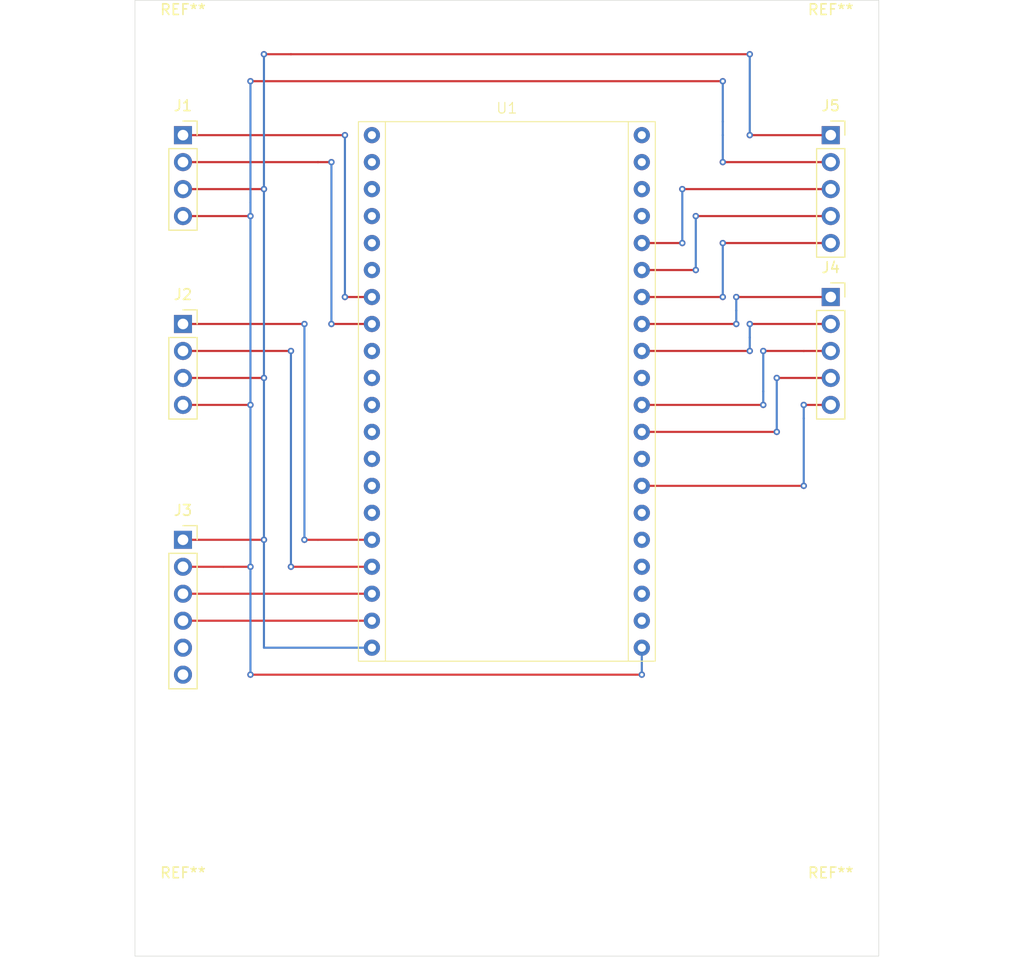
<source format=kicad_pcb>
(kicad_pcb (version 20240108) (generator "pcbnew") (generator_version "8.0")
  (layers (0 "F.Cu" signal) (31 "B.Cu" signal) (34 "B.Paste" user) (35 "F.Paste" user) (36 "B.SilkS" user "B.Silkscreen") (37 "F.SilkS" user "F.Silkscreen") (38 "B.Mask" user) (39 "F.Mask" user) (44 "Edge.Cuts" user))
  (net 0 "")
  (net 1 "/ENCODER_1_B")
  (net 2 "GND")
  (net 3 "/ENCODER_1_A")
  (net 4 "+5V")
  (net 5 "/SCL")
  (net 6 "/INT")
  (net 7 "/AD0")
  (net 8 "/SDA")
  (net 9 "/MOTOR_2_PWM")
  (net 10 "/MOTOR_2_DIR")
  (net 11 "/MOTOR_1_FAULT")
  (net 12 "/MOTOR_1_PWM")
  (net 13 "/MOTOR_2_FAULT")
  (net 14 "/MOTOR_1_SLEEP")
  (net 15 "/MOTOR_1_DIR")
  (net 16 "/MOTOR_2_SLEEP")
  (net 36 "/ENCODER_2_B")
  (net 37 "/ENCODER_2_A")
  (footprint "Connector_PinSocket_2.54mm:PinSocket_1x04_P2.54mm_Vertical" (layer "F.Cu") (at 71.12 63.5)
    (property "Reference" "J1" (at 0 -2.77 0) (layer "F.SilkS"))
    (property "Value" "Conn_01x04_Socket JST-XH encoder 1 input")
    (fp_line (start -1.33 1.27) (end -1.33 8.95) (stroke (width 0.12)) (layer "F.SilkS"))
    (fp_line (start -1.33 1.27) (end 1.33 1.27) (stroke (width 0.12)) (layer "F.SilkS"))
    (fp_line (start -1.33 8.95) (end 1.33 8.95) (stroke (width 0.12)) (layer "F.SilkS"))
    (fp_line (start 0 -1.33) (end 1.33 -1.33) (stroke (width 0.12)) (layer "F.SilkS"))
    (fp_line (start 1.33 -1.33) (end 1.33 0) (stroke (width 0.12)) (layer "F.SilkS"))
    (fp_line (start 1.33 1.27) (end 1.33 8.95) (stroke (width 0.12)) (layer "F.SilkS"))
    (pad "1" thru_hole rect (at 0 0) (size 1.7 1.7) (drill 1) (layers "*.Cu" "*.Mask") (net 3 "/ENCODER_1_A"))
    (pad "2" thru_hole oval (at 0 2.54) (size 1.7 1.7) (drill 1) (layers "*.Cu" "*.Mask") (net 1 "/ENCODER_1_B"))
    (pad "3" thru_hole oval (at 0 5.08) (size 1.7 1.7) (drill 1) (layers "*.Cu" "*.Mask") (net 4 "+5V"))
    (pad "4" thru_hole oval (at 0 7.62) (size 1.7 1.7) (drill 1) (layers "*.Cu" "*.Mask") (net 2 "GND"))
  )
  (footprint "MountingHole:MountingHole_3.2mm_M3" (layer "F.Cu") (at 71.12 55.88)
    (property "Reference" "REF**" (at 0 -4.2 0) (layer "F.SilkS"))
    (property "Value" "MountingHole_3.2mm_M3")
    (pad "" np_thru_hole circle (at 0 0) (size 3.2 3.2) (drill 3.2) (layers "*.Cu" "*.Mask"))
  )
  (footprint "Connector_PinSocket_2.54mm:PinSocket_1x05_P2.54mm_Vertical" (layer "F.Cu") (at 132.08 78.74)
    (property "Reference" "J4" (at 0 -2.77 0) (layer "F.SilkS"))
    (property "Value" "Conn_01x05_Socket JST-XH motor controller 2")
    (fp_line (start -1.33 1.27) (end -1.33 11.49) (stroke (width 0.12)) (layer "F.SilkS"))
    (fp_line (start -1.33 1.27) (end 1.33 1.27) (stroke (width 0.12)) (layer "F.SilkS"))
    (fp_line (start -1.33 11.49) (end 1.33 11.49) (stroke (width 0.12)) (layer "F.SilkS"))
    (fp_line (start 0 -1.33) (end 1.33 -1.33) (stroke (width 0.12)) (layer "F.SilkS"))
    (fp_line (start 1.33 -1.33) (end 1.33 0) (stroke (width 0.12)) (layer "F.SilkS"))
    (fp_line (start 1.33 1.27) (end 1.33 11.49) (stroke (width 0.12)) (layer "F.SilkS"))
    (pad "1" thru_hole rect (at 0 0) (size 1.7 1.7) (drill 1) (layers "*.Cu" "*.Mask") (net 10 "/MOTOR_2_DIR"))
    (pad "2" thru_hole oval (at 0 2.54) (size 1.7 1.7) (drill 1) (layers "*.Cu" "*.Mask") (net 11 "/MOTOR_1_FAULT"))
    (pad "3" thru_hole oval (at 0 5.08) (size 1.7 1.7) (drill 1) (layers "*.Cu" "*.Mask") (net 13 "/MOTOR_2_FAULT"))
    (pad "4" thru_hole oval (at 0 7.62) (size 1.7 1.7) (drill 1) (layers "*.Cu" "*.Mask") (net 12 "/MOTOR_1_PWM"))
    (pad "5" thru_hole oval (at 0 10.16) (size 1.7 1.7) (drill 1) (layers "*.Cu" "*.Mask") (net 9 "/MOTOR_2_PWM"))
  )
  (footprint "Connector_PinSocket_2.54mm:PinSocket_1x04_P2.54mm_Vertical" (layer "F.Cu") (at 71.12 81.28)
    (property "Reference" "J2" (at 0 -2.77 0) (layer "F.SilkS"))
    (property "Value" "Conn_01x04_Socket JST-XH encoder 2 input")
    (fp_line (start -1.33 1.27) (end -1.33 8.95) (stroke (width 0.12)) (layer "F.SilkS"))
    (fp_line (start -1.33 1.27) (end 1.33 1.27) (stroke (width 0.12)) (layer "F.SilkS"))
    (fp_line (start -1.33 8.95) (end 1.33 8.95) (stroke (width 0.12)) (layer "F.SilkS"))
    (fp_line (start 0 -1.33) (end 1.33 -1.33) (stroke (width 0.12)) (layer "F.SilkS"))
    (fp_line (start 1.33 -1.33) (end 1.33 0) (stroke (width 0.12)) (layer "F.SilkS"))
    (fp_line (start 1.33 1.27) (end 1.33 8.95) (stroke (width 0.12)) (layer "F.SilkS"))
    (pad "1" thru_hole rect (at 0 0) (size 1.7 1.7) (drill 1) (layers "*.Cu" "*.Mask") (net 37 "/ENCODER_2_A"))
    (pad "2" thru_hole oval (at 0 2.54) (size 1.7 1.7) (drill 1) (layers "*.Cu" "*.Mask") (net 36 "/ENCODER_2_B"))
    (pad "3" thru_hole oval (at 0 5.08) (size 1.7 1.7) (drill 1) (layers "*.Cu" "*.Mask") (net 4 "+5V"))
    (pad "4" thru_hole oval (at 0 7.62) (size 1.7 1.7) (drill 1) (layers "*.Cu" "*.Mask") (net 2 "GND"))
  )
  (footprint "MountingHole:MountingHole_3.2mm_M3" (layer "F.Cu") (at 71.12 137.16)
    (property "Reference" "REF**" (at 0 -4.2 0) (layer "F.SilkS"))
    (property "Value" "MountingHole_3.2mm_M3")
    (pad "" np_thru_hole circle (at 0 0) (size 3.2 3.2) (drill 3.2) (layers "*.Cu" "*.Mask"))
  )
  (footprint "MountingHole:MountingHole_3.2mm_M3" (layer "F.Cu") (at 132.08 137.16)
    (property "Reference" "REF**" (at 0 -4.2 0) (layer "F.SilkS"))
    (property "Value" "MountingHole_3.2mm_M3")
    (pad "" np_thru_hole circle (at 0 0) (size 3.2 3.2) (drill 3.2) (layers "*.Cu" "*.Mask"))
  )
  (footprint "Connector_PinSocket_2.54mm:PinSocket_1x06_P2.54mm_Vertical" (layer "F.Cu") (at 71.12 101.6)
    (property "Reference" "J3" (at 0 -2.77 0) (layer "F.SilkS"))
    (property "Value" "Conn_01x06_Socket IMU input")
    (fp_line (start -1.33 1.27) (end -1.33 14.03) (stroke (width 0.12)) (layer "F.SilkS"))
    (fp_line (start -1.33 1.27) (end 1.33 1.27) (stroke (width 0.12)) (layer "F.SilkS"))
    (fp_line (start -1.33 14.03) (end 1.33 14.03) (stroke (width 0.12)) (layer "F.SilkS"))
    (fp_line (start 0 -1.33) (end 1.33 -1.33) (stroke (width 0.12)) (layer "F.SilkS"))
    (fp_line (start 1.33 -1.33) (end 1.33 0) (stroke (width 0.12)) (layer "F.SilkS"))
    (fp_line (start 1.33 1.27) (end 1.33 14.03) (stroke (width 0.12)) (layer "F.SilkS"))
    (pad "1" thru_hole rect (at 0 0) (size 1.7 1.7) (drill 1) (layers "*.Cu" "*.Mask") (net 4 "+5V"))
    (pad "2" thru_hole oval (at 0 2.54) (size 1.7 1.7) (drill 1) (layers "*.Cu" "*.Mask") (net 2 "GND"))
    (pad "3" thru_hole oval (at 0 5.08) (size 1.7 1.7) (drill 1) (layers "*.Cu" "*.Mask") (net 5 "/SCL"))
    (pad "4" thru_hole oval (at 0 7.62) (size 1.7 1.7) (drill 1) (layers "*.Cu" "*.Mask") (net 8 "/SDA"))
    (pad "5" thru_hole oval (at 0 10.16) (size 1.7 1.7) (drill 1) (layers "*.Cu" "*.Mask") (net 7 "/AD0"))
    (pad "6" thru_hole oval (at 0 12.7) (size 1.7 1.7) (drill 1) (layers "*.Cu" "*.Mask") (net 6 "/INT"))
  )
  (footprint "Connector_PinSocket_2.54mm:PinSocket_1x05_P2.54mm_Vertical" (layer "F.Cu") (at 132.08 63.5)
    (property "Reference" "J5" (at 0 -2.77 0) (layer "F.SilkS"))
    (property "Value" "Conn_01x05_Socket JST-XH motor controller 1")
    (fp_line (start -1.33 1.27) (end -1.33 11.49) (stroke (width 0.12)) (layer "F.SilkS"))
    (fp_line (start -1.33 1.27) (end 1.33 1.27) (stroke (width 0.12)) (layer "F.SilkS"))
    (fp_line (start -1.33 11.49) (end 1.33 11.49) (stroke (width 0.12)) (layer "F.SilkS"))
    (fp_line (start 0 -1.33) (end 1.33 -1.33) (stroke (width 0.12)) (layer "F.SilkS"))
    (fp_line (start 1.33 -1.33) (end 1.33 0) (stroke (width 0.12)) (layer "F.SilkS"))
    (fp_line (start 1.33 1.27) (end 1.33 11.49) (stroke (width 0.12)) (layer "F.SilkS"))
    (pad "1" thru_hole rect (at 0 0) (size 1.7 1.7) (drill 1) (layers "*.Cu" "*.Mask") (net 4 "+5V"))
    (pad "2" thru_hole oval (at 0 2.54) (size 1.7 1.7) (drill 1) (layers "*.Cu" "*.Mask") (net 2 "GND"))
    (pad "3" thru_hole oval (at 0 5.08) (size 1.7 1.7) (drill 1) (layers "*.Cu" "*.Mask") (net 14 "/MOTOR_1_SLEEP"))
    (pad "4" thru_hole oval (at 0 7.62) (size 1.7 1.7) (drill 1) (layers "*.Cu" "*.Mask") (net 16 "/MOTOR_2_SLEEP"))
    (pad "5" thru_hole oval (at 0 10.16) (size 1.7 1.7) (drill 1) (layers "*.Cu" "*.Mask") (net 15 "/MOTOR_1_DIR"))
  )
  (footprint "MountingHole:MountingHole_3.2mm_M3" (layer "F.Cu") (at 132.08 55.88)
    (property "Reference" "REF**" (at 0 -4.2 0) (layer "F.SilkS"))
    (property "Value" "MountingHole_3.2mm_M3")
    (pad "" np_thru_hole circle (at 0 0) (size 3.2 3.2) (drill 3.2) (layers "*.Cu" "*.Mask"))
  )
  (footprint "components:freenove_esp32_s3_wroom" (layer "F.Cu") (at 88.9 63.5)
    (property "Reference" "U1" (at 12.7 -2.54 0) (layer "F.SilkS") (effects (font (thickness 0.1))))
    (property "Value" "Freenove_ESP32_S3_Wroom_1")
    (fp_line (start 1.27 -1.27) (end 24.13 -1.27) (stroke (width 0.1)) (layer "F.SilkS"))
    (fp_line (start 1.27 49.53) (end 24.13 49.53) (stroke (width 0.1)) (layer "F.SilkS"))
    (fp_rect (start -1.27 -1.27) (end 1.27 49.53) (stroke (width 0.1)) (fill none) (layer "F.SilkS"))
    (fp_rect (start 24.13 -1.27) (end 26.67 49.53) (stroke (width 0.1)) (fill none) (layer "F.SilkS"))
    (pad "1" thru_hole circle (at 0 0) (size 1.524 1.524) (drill 0.762) (layers "*.Cu" "*.Mask"))
    (pad "2" thru_hole circle (at 0 2.54) (size 1.524 1.524) (drill 0.762) (layers "*.Cu" "*.Mask"))
    (pad "3" thru_hole circle (at 0 5.08) (size 1.524 1.524) (drill 0.762) (layers "*.Cu" "*.Mask"))
    (pad "4" thru_hole circle (at 0 7.62) (size 1.524 1.524) (drill 0.762) (layers "*.Cu" "*.Mask"))
    (pad "5" thru_hole circle (at 0 10.16) (size 1.524 1.524) (drill 0.762) (layers "*.Cu" "*.Mask"))
    (pad "6" thru_hole circle (at 0 12.7) (size 1.524 1.524) (drill 0.762) (layers "*.Cu" "*.Mask"))
    (pad "7" thru_hole circle (at 0 15.24) (size 1.524 1.524) (drill 0.762) (layers "*.Cu" "*.Mask") (net 3 "/ENCODER_1_A"))
    (pad "8" thru_hole circle (at 0 17.78) (size 1.524 1.524) (drill 0.762) (layers "*.Cu" "*.Mask") (net 1 "/ENCODER_1_B"))
    (pad "9" thru_hole circle (at 0 20.32) (size 1.524 1.524) (drill 0.762) (layers "*.Cu" "*.Mask"))
    (pad "10" thru_hole circle (at 0 22.86) (size 1.524 1.524) (drill 0.762) (layers "*.Cu" "*.Mask"))
    (pad "11" thru_hole circle (at 0 25.4) (size 1.524 1.524) (drill 0.762) (layers "*.Cu" "*.Mask"))
    (pad "12" thru_hole circle (at 0 27.94) (size 1.524 1.524) (drill 0.762) (layers "*.Cu" "*.Mask"))
    (pad "13" thru_hole circle (at 0 30.48) (size 1.524 1.524) (drill 0.762) (layers "*.Cu" "*.Mask"))
    (pad "14" thru_hole circle (at 0 33.02) (size 1.524 1.524) (drill 0.762) (layers "*.Cu" "*.Mask"))
    (pad "15" thru_hole circle (at 0 35.56) (size 1.524 1.524) (drill 0.762) (layers "*.Cu" "*.Mask"))
    (pad "16" thru_hole circle (at 0 38.1) (size 1.524 1.524) (drill 0.762) (layers "*.Cu" "*.Mask") (net 37 "/ENCODER_2_A"))
    (pad "17" thru_hole circle (at 0 40.64) (size 1.524 1.524) (drill 0.762) (layers "*.Cu" "*.Mask") (net 36 "/ENCODER_2_B"))
    (pad "18" thru_hole circle (at 0 43.18) (size 1.524 1.524) (drill 0.762) (layers "*.Cu" "*.Mask") (net 5 "/SCL"))
    (pad "19" thru_hole circle (at 0 45.72) (size 1.524 1.524) (drill 0.762) (layers "*.Cu" "*.Mask") (net 8 "/SDA"))
    (pad "20" thru_hole circle (at 0 48.26) (size 1.524 1.524) (drill 0.762) (layers "*.Cu" "*.Mask") (net 4 "+5V"))
    (pad "21" thru_hole circle (at 25.4 48.26) (size 1.524 1.524) (drill 0.762) (layers "*.Cu" "*.Mask") (net 2 "GND"))
    (pad "22" thru_hole circle (at 25.4 45.72) (size 1.524 1.524) (drill 0.762) (layers "*.Cu" "*.Mask"))
    (pad "23" thru_hole circle (at 25.4 43.18) (size 1.524 1.524) (drill 0.762) (layers "*.Cu" "*.Mask"))
    (pad "24" thru_hole circle (at 25.4 40.64) (size 1.524 1.524) (drill 0.762) (layers "*.Cu" "*.Mask"))
    (pad "25" thru_hole circle (at 25.4 38.1) (size 1.524 1.524) (drill 0.762) (layers "*.Cu" "*.Mask"))
    (pad "26" thru_hole circle (at 25.4 35.56) (size 1.524 1.524) (drill 0.762) (layers "*.Cu" "*.Mask"))
    (pad "27" thru_hole circle (at 25.4 33.02) (size 1.524 1.524) (drill 0.762) (layers "*.Cu" "*.Mask") (net 9 "/MOTOR_2_PWM"))
    (pad "28" thru_hole circle (at 25.4 30.48) (size 1.524 1.524) (drill 0.762) (layers "*.Cu" "*.Mask"))
    (pad "29" thru_hole circle (at 25.4 27.94) (size 1.524 1.524) (drill 0.762) (layers "*.Cu" "*.Mask") (net 12 "/MOTOR_1_PWM"))
    (pad "30" thru_hole circle (at 25.4 25.4) (size 1.524 1.524) (drill 0.762) (layers "*.Cu" "*.Mask") (net 13 "/MOTOR_2_FAULT"))
    (pad "31" thru_hole circle (at 25.4 22.86) (size 1.524 1.524) (drill 0.762) (layers "*.Cu" "*.Mask"))
    (pad "32" thru_hole circle (at 25.4 20.32) (size 1.524 1.524) (drill 0.762) (layers "*.Cu" "*.Mask") (net 11 "/MOTOR_1_FAULT"))
    (pad "33" thru_hole circle (at 25.4 17.78) (size 1.524 1.524) (drill 0.762) (layers "*.Cu" "*.Mask") (net 10 "/MOTOR_2_DIR"))
    (pad "34" thru_hole circle (at 25.4 15.24) (size 1.524 1.524) (drill 0.762) (layers "*.Cu" "*.Mask") (net 15 "/MOTOR_1_DIR"))
    (pad "35" thru_hole circle (at 25.4 12.7) (size 1.524 1.524) (drill 0.762) (layers "*.Cu" "*.Mask") (net 16 "/MOTOR_2_SLEEP"))
    (pad "36" thru_hole circle (at 25.4 10.16) (size 1.524 1.524) (drill 0.762) (layers "*.Cu" "*.Mask") (net 14 "/MOTOR_1_SLEEP"))
    (pad "37" thru_hole circle (at 25.4 7.62) (size 1.524 1.524) (drill 0.762) (layers "*.Cu" "*.Mask"))
    (pad "38" thru_hole circle (at 25.4 5.08) (size 1.524 1.524) (drill 0.762) (layers "*.Cu" "*.Mask"))
    (pad "39" thru_hole circle (at 25.4 2.54) (size 1.524 1.524) (drill 0.762) (layers "*.Cu" "*.Mask"))
    (pad "40" thru_hole circle (at 25.4 0) (size 1.524 1.524) (drill 0.762) (layers "*.Cu" "*.Mask"))
  )
  (gr_rect (start 66.6 50.8) (end 136.6 140.8) (stroke (width 0.05)) (fill none) (layer "Edge.Cuts"))
  (segment (start 71.12 66.04) (end 72.39 66.04) (width 0.2) (layer "F.Cu") (net 1))
  (segment (start 87.63 81.28) (end 85.09 81.28) (width 0.2) (layer "F.Cu") (net 1))
  (segment (start 88.9 81.28) (end 87.63 81.28) (width 0.2) (layer "F.Cu") (net 1))
  (segment (start 72.39 66.04) (end 83.82 66.04) (width 0.2) (layer "F.Cu") (net 1))
  (segment (start 83.82 66.04) (end 85.09 66.04) (width 0.2) (layer "F.Cu") (net 1))
  (via (at 85.09 66.04) (size 0.6) (drill 0.3) (layers "F.Cu" "B.Cu") (net 1))
  (via (at 85.09 81.28) (size 0.6) (drill 0.3) (layers "F.Cu" "B.Cu") (net 1))
  (segment (start 85.09 81.28) (end 85.09 66.04) (width 0.2) (layer "B.Cu") (net 1))
  (segment (start 71.12 71.12) (end 77.47 71.12) (width 0.2) (layer "F.Cu") (net 2))
  (segment (start 132.08 66.04) (end 130.81 66.04) (width 0.2) (layer "F.Cu") (net 2))
  (segment (start 74.93 104.14) (end 77.47 104.14) (width 0.2) (layer "F.Cu") (net 2))
  (segment (start 77.47 58.42) (end 121.92 58.42) (width 0.2) (layer "F.Cu") (net 2))
  (segment (start 113.7 114.3) (end 114.3 114.3) (width 0.2) (layer "F.Cu") (net 2))
  (segment (start 77.47 88.9) (end 71.12 88.9) (width 0.2) (layer "F.Cu") (net 2))
  (segment (start 71.12 104.14) (end 74.93 104.14) (width 0.2) (layer "F.Cu") (net 2))
  (segment (start 130.81 66.04) (end 121.92 66.04) (width 0.2) (layer "F.Cu") (net 2))
  (segment (start 77.47 114.3) (end 113.7 114.3) (width 0.2) (layer "F.Cu") (net 2))
  (via (at 77.47 114.3) (size 0.6) (drill 0.3) (layers "F.Cu" "B.Cu") (net 2))
  (via (at 77.47 88.9) (size 0.6) (drill 0.3) (layers "F.Cu" "B.Cu") (net 2))
  (via (at 77.47 104.14) (size 0.6) (drill 0.3) (layers "F.Cu" "B.Cu") (net 2))
  (via (at 114.3 114.3) (size 0.6) (drill 0.3) (layers "F.Cu" "B.Cu") (net 2))
  (via (at 121.92 58.42) (size 0.6) (drill 0.3) (layers "F.Cu" "B.Cu") (net 2))
  (via (at 77.47 58.42) (size 0.6) (drill 0.3) (layers "F.Cu" "B.Cu") (net 2))
  (via (at 121.92 66.04) (size 0.6) (drill 0.3) (layers "F.Cu" "B.Cu") (net 2))
  (via (at 77.47 71.12) (size 0.6) (drill 0.3) (layers "F.Cu" "B.Cu") (net 2))
  (segment (start 77.47 104.14) (end 77.47 71.12) (width 0.2) (layer "B.Cu") (net 2))
  (segment (start 121.92 62.23) (end 121.92 58.42) (width 0.2) (layer "B.Cu") (net 2))
  (segment (start 114.3 114.3) (end 114.3 111.76) (width 0.2) (layer "B.Cu") (net 2))
  (segment (start 121.92 63.5) (end 121.92 66.04) (width 0.2) (layer "B.Cu") (net 2))
  (segment (start 121.92 62.23) (end 121.92 63.5) (width 0.2) (layer "B.Cu") (net 2))
  (segment (start 77.47 71.12) (end 77.47 69.85) (width 0.2) (layer "B.Cu") (net 2))
  (segment (start 77.47 69.85) (end 77.47 58.42) (width 0.2) (layer "B.Cu") (net 2))
  (segment (start 77.47 104.14) (end 77.47 114.3) (width 0.2) (layer "B.Cu") (net 2))
  (segment (start 87.63 78.74) (end 86.36 78.74) (width 0.2) (layer "F.Cu") (net 3))
  (segment (start 71.12 63.5) (end 72.39 63.5) (width 0.2) (layer "F.Cu") (net 3))
  (segment (start 88.9 78.74) (end 87.63 78.74) (width 0.2) (layer "F.Cu") (net 3))
  (segment (start 72.39 63.5) (end 86.36 63.5) (width 0.2) (layer "F.Cu") (net 3))
  (via (at 86.36 78.74) (size 0.6) (drill 0.3) (layers "F.Cu" "B.Cu") (net 3))
  (via (at 86.36 63.5) (size 0.6) (drill 0.3) (layers "F.Cu" "B.Cu") (net 3))
  (segment (start 86.36 78.74) (end 86.36 63.5) (width 0.2) (layer "B.Cu") (net 3))
  (segment (start 71.12 86.36) (end 78.74 86.36) (width 0.2) (layer "F.Cu") (net 4))
  (segment (start 81.28 55.88) (end 124.46 55.88) (width 0.2) (layer "F.Cu") (net 4))
  (segment (start 124.46 63.5) (end 132.08 63.5) (width 0.2) (layer "F.Cu") (net 4))
  (segment (start 78.74 55.88) (end 81.28 55.88) (width 0.2) (layer "F.Cu") (net 4))
  (segment (start 71.12 101.6) (end 78.74 101.6) (width 0.2) (layer "F.Cu") (net 4))
  (segment (start 71.12 68.58) (end 78.74 68.58) (width 0.2) (layer "F.Cu") (net 4))
  (via (at 78.74 101.6) (size 0.6) (drill 0.3) (layers "F.Cu" "B.Cu") (net 4))
  (via (at 124.46 63.5) (size 0.6) (drill 0.3) (layers "F.Cu" "B.Cu") (net 4))
  (via (at 78.74 68.58) (size 0.6) (drill 0.3) (layers "F.Cu" "B.Cu") (net 4))
  (via (at 124.46 55.88) (size 0.6) (drill 0.3) (layers "F.Cu" "B.Cu") (net 4))
  (via (at 78.74 55.88) (size 0.6) (drill 0.3) (layers "F.Cu" "B.Cu") (net 4))
  (via (at 78.74 86.36) (size 0.6) (drill 0.3) (layers "F.Cu" "B.Cu") (net 4))
  (segment (start 78.74 101.6) (end 78.74 111.76) (width 0.2) (layer "B.Cu") (net 4))
  (segment (start 78.74 68.58) (end 78.74 55.88) (width 0.2) (layer "B.Cu") (net 4))
  (segment (start 78.74 101.6) (end 78.74 86.36) (width 0.2) (layer "B.Cu") (net 4))
  (segment (start 78.74 111.76) (end 88.9 111.76) (width 0.2) (layer "B.Cu") (net 4))
  (segment (start 78.74 68.58) (end 78.74 86.36) (width 0.2) (layer "B.Cu") (net 4))
  (segment (start 124.46 63.5) (end 124.46 55.88) (width 0.2) (layer "B.Cu") (net 4))
  (segment (start 71.12 106.68) (end 88.9 106.68) (width 0.2) (layer "F.Cu") (net 5))
  (segment (start 71.12 109.22) (end 88.9 109.22) (width 0.2) (layer "F.Cu") (net 8))
  (segment (start 114.3 96.52) (end 115.57 96.52) (width 0.2) (layer "F.Cu") (net 9))
  (segment (start 115.57 96.52) (end 129.54 96.52) (width 0.2) (layer "F.Cu") (net 9))
  (segment (start 132.08 88.9) (end 129.54 88.9) (width 0.2) (layer "F.Cu") (net 9))
  (via (at 129.54 96.52) (size 0.6) (drill 0.3) (layers "F.Cu" "B.Cu") (net 9))
  (via (at 129.54 88.9) (size 0.6) (drill 0.3) (layers "F.Cu" "B.Cu") (net 9))
  (segment (start 129.54 88.9) (end 129.54 90.17) (width 0.2) (layer "B.Cu") (net 9))
  (segment (start 129.54 90.17) (end 129.54 96.52) (width 0.2) (layer "B.Cu") (net 9))
  (segment (start 132.08 78.74) (end 123.19 78.74) (width 0.2) (layer "F.Cu") (net 10))
  (segment (start 114.3 81.28) (end 123.19 81.28) (width 0.2) (layer "F.Cu") (net 10))
  (via (at 123.19 78.74) (size 0.6) (drill 0.3) (layers "F.Cu" "B.Cu") (net 10))
  (via (at 123.19 81.28) (size 0.6) (drill 0.3) (layers "F.Cu" "B.Cu") (net 10))
  (segment (start 123.19 80.01) (end 123.19 81.28) (width 0.2) (layer "B.Cu") (net 10))
  (segment (start 123.19 78.74) (end 123.19 80.01) (width 0.2) (layer "B.Cu") (net 10))
  (segment (start 132.08 81.28) (end 124.46 81.28) (width 0.2) (layer "F.Cu") (net 11))
  (segment (start 114.3 83.82) (end 124.46 83.82) (width 0.2) (layer "F.Cu") (net 11))
  (via (at 124.46 81.28) (size 0.6) (drill 0.3) (layers "F.Cu" "B.Cu") (net 11))
  (via (at 124.46 83.82) (size 0.6) (drill 0.3) (layers "F.Cu" "B.Cu") (net 11))
  (segment (start 124.46 81.28) (end 124.46 82.55) (width 0.2) (layer "B.Cu") (net 11))
  (segment (start 124.46 82.55) (end 124.46 83.82) (width 0.2) (layer "B.Cu") (net 11))
  (segment (start 114.3 91.44) (end 115.57 91.44) (width 0.2) (layer "F.Cu") (net 12))
  (segment (start 115.57 91.44) (end 127 91.44) (width 0.2) (layer "F.Cu") (net 12))
  (segment (start 132.08 86.36) (end 130.81 86.36) (width 0.2) (layer "F.Cu") (net 12))
  (segment (start 130.81 86.36) (end 127 86.36) (width 0.2) (layer "F.Cu") (net 12))
  (via (at 127 86.36) (size 0.6) (drill 0.3) (layers "F.Cu" "B.Cu") (net 12))
  (via (at 127 91.44) (size 0.6) (drill 0.3) (layers "F.Cu" "B.Cu") (net 12))
  (segment (start 127 91.44) (end 127 86.36) (width 0.2) (layer "B.Cu") (net 12))
  (segment (start 130.81 83.82) (end 129.54 83.82) (width 0.2) (layer "F.Cu") (net 13))
  (segment (start 129.54 83.82) (end 125.73 83.82) (width 0.2) (layer "F.Cu") (net 13))
  (segment (start 132.08 83.82) (end 130.81 83.82) (width 0.2) (layer "F.Cu") (net 13))
  (segment (start 114.3 88.9) (end 125.73 88.9) (width 0.2) (layer "F.Cu") (net 13))
  (via (at 125.73 83.82) (size 0.6) (drill 0.3) (layers "F.Cu" "B.Cu") (net 13))
  (via (at 125.73 88.9) (size 0.6) (drill 0.3) (layers "F.Cu" "B.Cu") (net 13))
  (segment (start 125.73 87.63) (end 125.73 83.82) (width 0.2) (layer "B.Cu") (net 13))
  (segment (start 125.73 88.9) (end 125.73 87.63) (width 0.2) (layer "B.Cu") (net 13))
  (segment (start 114.3 73.66) (end 118.11 73.66) (width 0.2) (layer "F.Cu") (net 14))
  (segment (start 132.08 68.58) (end 118.11 68.58) (width 0.2) (layer "F.Cu") (net 14))
  (via (at 118.11 68.58) (size 0.6) (drill 0.3) (layers "F.Cu" "B.Cu") (net 14))
  (via (at 118.11 73.66) (size 0.6) (drill 0.3) (layers "F.Cu" "B.Cu") (net 14))
  (segment (start 118.11 68.58) (end 118.11 73.66) (width 0.2) (layer "B.Cu") (net 14))
  (segment (start 132.08 73.66) (end 130.81 73.66) (width 0.2) (layer "F.Cu") (net 15))
  (segment (start 130.81 73.66) (end 121.92 73.66) (width 0.2) (layer "F.Cu") (net 15))
  (segment (start 114.3 78.74) (end 121.92 78.74) (width 0.2) (layer "F.Cu") (net 15))
  (via (at 121.92 73.66) (size 0.6) (drill 0.3) (layers "F.Cu" "B.Cu") (net 15))
  (via (at 121.92 78.74) (size 0.6) (drill 0.3) (layers "F.Cu" "B.Cu") (net 15))
  (segment (start 121.92 73.66) (end 121.92 78.74) (width 0.2) (layer "B.Cu") (net 15))
  (segment (start 132.08 71.12) (end 119.38 71.12) (width 0.2) (layer "F.Cu") (net 16))
  (segment (start 114.3 76.2) (end 115.57 76.2) (width 0.2) (layer "F.Cu") (net 16))
  (segment (start 115.57 76.2) (end 119.38 76.2) (width 0.2) (layer "F.Cu") (net 16))
  (via (at 119.38 71.12) (size 0.6) (drill 0.3) (layers "F.Cu" "B.Cu") (net 16))
  (via (at 119.38 76.2) (size 0.6) (drill 0.3) (layers "F.Cu" "B.Cu") (net 16))
  (segment (start 119.38 71.12) (end 119.38 76.2) (width 0.2) (layer "B.Cu") (net 16))
  (segment (start 87.63 104.14) (end 81.28 104.14) (width 0.2) (layer "F.Cu") (net 36))
  (segment (start 88.9 104.14) (end 87.63 104.14) (width 0.2) (layer "F.Cu") (net 36))
  (segment (start 71.12 83.82) (end 81.28 83.82) (width 0.2) (layer "F.Cu") (net 36))
  (via (at 81.28 83.82) (size 0.6) (drill 0.3) (layers "F.Cu" "B.Cu") (net 36))
  (via (at 81.28 104.14) (size 0.6) (drill 0.3) (layers "F.Cu" "B.Cu") (net 36))
  (segment (start 81.28 104.14) (end 81.28 83.82) (width 0.2) (layer "B.Cu") (net 36))
  (segment (start 83.82 101.6) (end 82.55 101.6) (width 0.2) (layer "F.Cu") (net 37))
  (segment (start 71.12 81.28) (end 82.55 81.28) (width 0.2) (layer "F.Cu") (net 37))
  (segment (start 88.9 101.6) (end 87.63 101.6) (width 0.2) (layer "F.Cu") (net 37))
  (segment (start 87.63 101.6) (end 83.82 101.6) (width 0.2) (layer "F.Cu") (net 37))
  (via (at 82.55 81.28) (size 0.6) (drill 0.3) (layers "F.Cu" "B.Cu") (net 37))
  (via (at 82.55 101.6) (size 0.6) (drill 0.3) (layers "F.Cu" "B.Cu") (net 37))
  (segment (start 82.55 101.6) (end 82.55 81.28) (width 0.2) (layer "B.Cu") (net 37))
)
</source>
